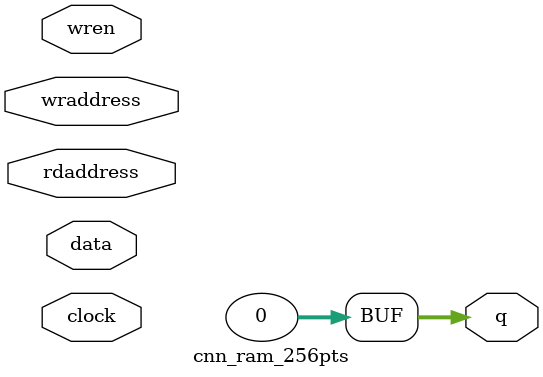
<source format=v>
module cnn_ram_256pts(	// file.cleaned.mlir:2:3
  input         clock,	// file.cleaned.mlir:2:32
  input  [31:0] data,	// file.cleaned.mlir:2:48
  input  [7:0]  rdaddress,	// file.cleaned.mlir:2:64
                wraddress,	// file.cleaned.mlir:2:84
  input         wren,	// file.cleaned.mlir:2:104
  output [31:0] q	// file.cleaned.mlir:2:120
);

  assign q = 32'h0;	// file.cleaned.mlir:3:15, :4:5
endmodule


</source>
